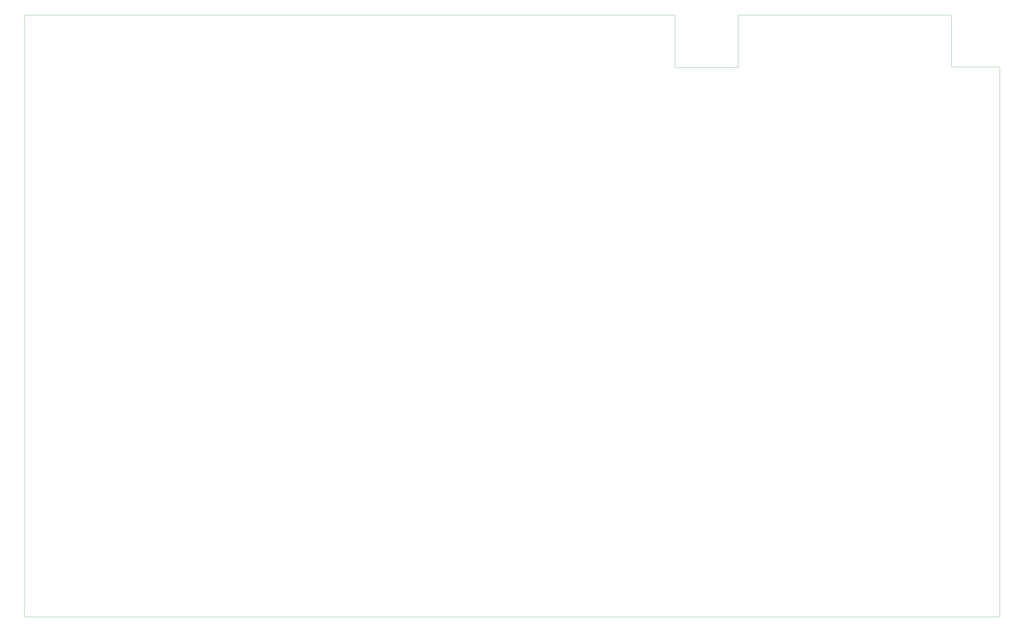
<source format=gbr>
%TF.GenerationSoftware,KiCad,Pcbnew,(5.1.5)-3*%
%TF.CreationDate,2022-07-02T21:18:53-05:00*%
%TF.ProjectId,dragon64,64726167-6f6e-4363-942e-6b696361645f,rev?*%
%TF.SameCoordinates,Original*%
%TF.FileFunction,Profile,NP*%
%FSLAX46Y46*%
G04 Gerber Fmt 4.6, Leading zero omitted, Abs format (unit mm)*
G04 Created by KiCad (PCBNEW (5.1.5)-3) date 2022-07-02 21:18:53*
%MOMM*%
%LPD*%
G04 APERTURE LIST*
%TA.AperFunction,Profile*%
%ADD10C,0.050000*%
%TD*%
G04 APERTURE END LIST*
D10*
X316439977Y29867293D02*
G75*
G02X316710000Y29640000I-10002J-285922D01*
G01*
X222474000Y11922000D02*
X243496000Y11922000D01*
X243750000Y12176000D02*
G75*
G02X243496000Y11922000I-254000J0D01*
G01*
X222474000Y11922000D02*
G75*
G02X222220000Y12176000I0J254000D01*
G01*
X243750000Y29614000D02*
G75*
G02X244004000Y29868000I254000J0D01*
G01*
X243750000Y29614000D02*
X243750000Y12176000D01*
X244004000Y29868000D02*
X316440000Y29868000D01*
X222220000Y29640000D02*
X222220000Y12176000D01*
X221970000Y29896072D02*
G75*
G02X222220000Y29640000I0J-250072D01*
G01*
X332858000Y12176000D02*
G75*
G02X333154000Y11877993I0J-296007D01*
G01*
X316948000Y12176000D02*
G75*
G02X316694000Y12430000I0J254000D01*
G01*
X316948000Y12176000D02*
X332858000Y12176000D01*
X316710000Y29640000D02*
X316694000Y12430000D01*
X250000Y-176000000D02*
X332950000Y-176000000D01*
X333154000Y11877993D02*
X333150000Y-175800000D01*
X0Y29646000D02*
X0Y346000D01*
X0Y-254000D02*
X0Y346000D01*
X0Y29646000D02*
G75*
G02X254000Y29900000I254000J0D01*
G01*
X250000Y-176000000D02*
G75*
G02X-4000Y-175746000I0J254000D01*
G01*
X333150000Y-175800000D02*
G75*
G02X332950000Y-176000000I-200000J0D01*
G01*
X-4000Y-175746000D02*
X0Y-254000D01*
X254000Y29900000D02*
X221970000Y29896072D01*
M02*

</source>
